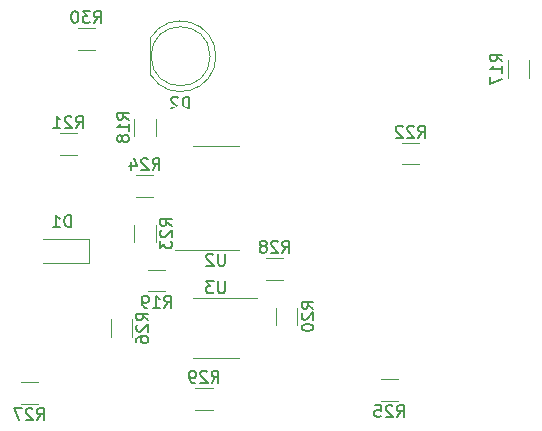
<source format=gbo>
%TF.GenerationSoftware,KiCad,Pcbnew,(5.1.12)-1*%
%TF.CreationDate,2022-05-06T09:07:05-07:00*%
%TF.ProjectId,HarmonicTremolo_V01,4861726d-6f6e-4696-9354-72656d6f6c6f,rev?*%
%TF.SameCoordinates,Original*%
%TF.FileFunction,Legend,Bot*%
%TF.FilePolarity,Positive*%
%FSLAX46Y46*%
G04 Gerber Fmt 4.6, Leading zero omitted, Abs format (unit mm)*
G04 Created by KiCad (PCBNEW (5.1.12)-1) date 2022-05-06 09:07:05*
%MOMM*%
%LPD*%
G01*
G04 APERTURE LIST*
%ADD10C,0.120000*%
%ADD11C,0.150000*%
%ADD12R,0.900000X1.200000*%
%ADD13C,1.600000*%
%ADD14R,1.600000X1.600000*%
%ADD15C,3.900000*%
%ADD16C,2.250000*%
%ADD17R,1.800000X1.800000*%
%ADD18C,1.800000*%
%ADD19C,1.500000*%
%ADD20R,1.500000X1.500000*%
%ADD21O,1.600000X1.600000*%
%ADD22C,6.000000*%
%ADD23C,3.400000*%
G04 APERTURE END LIST*
D10*
%TO.C,D1*%
X161250000Y-130500000D02*
X157350000Y-130500000D01*
X161250000Y-132500000D02*
X157350000Y-132500000D01*
X161250000Y-130500000D02*
X161250000Y-132500000D01*
%TO.C,R17*%
X196702000Y-115350936D02*
X196702000Y-116805064D01*
X198522000Y-115350936D02*
X198522000Y-116805064D01*
%TO.C,D2*%
X166460000Y-116545000D02*
X166460000Y-113455000D01*
X171520000Y-115000000D02*
G75*
G03*
X171520000Y-115000000I-2500000J0D01*
G01*
X172010000Y-114999538D02*
G75*
G02*
X166460000Y-116544830I-2990000J-462D01*
G01*
X172010000Y-115000462D02*
G75*
G03*
X166460000Y-113455170I-2990000J462D01*
G01*
%TO.C,R18*%
X165090000Y-120272936D02*
X165090000Y-121727064D01*
X166910000Y-120272936D02*
X166910000Y-121727064D01*
%TO.C,R19*%
X166272936Y-133090000D02*
X167727064Y-133090000D01*
X166272936Y-134910000D02*
X167727064Y-134910000D01*
%TO.C,R20*%
X178910000Y-137727064D02*
X178910000Y-136272936D01*
X177090000Y-137727064D02*
X177090000Y-136272936D01*
%TO.C,R21*%
X160239064Y-123338000D02*
X158784936Y-123338000D01*
X160239064Y-121518000D02*
X158784936Y-121518000D01*
%TO.C,R22*%
X189227064Y-124160000D02*
X187772936Y-124160000D01*
X189227064Y-122340000D02*
X187772936Y-122340000D01*
%TO.C,R23*%
X165090000Y-130727064D02*
X165090000Y-129272936D01*
X166910000Y-130727064D02*
X166910000Y-129272936D01*
%TO.C,R24*%
X166727064Y-126910000D02*
X165272936Y-126910000D01*
X166727064Y-125090000D02*
X165272936Y-125090000D01*
%TO.C,R25*%
X185962936Y-144166000D02*
X187417064Y-144166000D01*
X185962936Y-142346000D02*
X187417064Y-142346000D01*
%TO.C,R26*%
X163090000Y-138727064D02*
X163090000Y-137272936D01*
X164910000Y-138727064D02*
X164910000Y-137272936D01*
%TO.C,R27*%
X155482936Y-144420000D02*
X156937064Y-144420000D01*
X155482936Y-142600000D02*
X156937064Y-142600000D01*
%TO.C,R28*%
X177727064Y-132090000D02*
X176272936Y-132090000D01*
X177727064Y-133910000D02*
X176272936Y-133910000D01*
%TO.C,R29*%
X171727064Y-143090000D02*
X170272936Y-143090000D01*
X171727064Y-144910000D02*
X170272936Y-144910000D01*
%TO.C,R30*%
X161763064Y-114448000D02*
X160308936Y-114448000D01*
X161763064Y-112628000D02*
X160308936Y-112628000D01*
%TO.C,U2*%
X172000000Y-131435000D02*
X168550000Y-131435000D01*
X172000000Y-131435000D02*
X173950000Y-131435000D01*
X172000000Y-122565000D02*
X170050000Y-122565000D01*
X172000000Y-122565000D02*
X173950000Y-122565000D01*
%TO.C,U3*%
X172000000Y-135440000D02*
X175450000Y-135440000D01*
X172000000Y-135440000D02*
X170050000Y-135440000D01*
X172000000Y-140560000D02*
X173950000Y-140560000D01*
X172000000Y-140560000D02*
X170050000Y-140560000D01*
%TO.C,D1*%
D11*
X159738095Y-129452380D02*
X159738095Y-128452380D01*
X159500000Y-128452380D01*
X159357142Y-128500000D01*
X159261904Y-128595238D01*
X159214285Y-128690476D01*
X159166666Y-128880952D01*
X159166666Y-129023809D01*
X159214285Y-129214285D01*
X159261904Y-129309523D01*
X159357142Y-129404761D01*
X159500000Y-129452380D01*
X159738095Y-129452380D01*
X158214285Y-129452380D02*
X158785714Y-129452380D01*
X158500000Y-129452380D02*
X158500000Y-128452380D01*
X158595238Y-128595238D01*
X158690476Y-128690476D01*
X158785714Y-128738095D01*
%TO.C,R17*%
X196244380Y-115435142D02*
X195768190Y-115101809D01*
X196244380Y-114863714D02*
X195244380Y-114863714D01*
X195244380Y-115244666D01*
X195292000Y-115339904D01*
X195339619Y-115387523D01*
X195434857Y-115435142D01*
X195577714Y-115435142D01*
X195672952Y-115387523D01*
X195720571Y-115339904D01*
X195768190Y-115244666D01*
X195768190Y-114863714D01*
X196244380Y-116387523D02*
X196244380Y-115816095D01*
X196244380Y-116101809D02*
X195244380Y-116101809D01*
X195387238Y-116006571D01*
X195482476Y-115911333D01*
X195530095Y-115816095D01*
X195244380Y-116720857D02*
X195244380Y-117387523D01*
X196244380Y-116958952D01*
%TO.C,D2*%
X169758095Y-119412380D02*
X169758095Y-118412380D01*
X169520000Y-118412380D01*
X169377142Y-118460000D01*
X169281904Y-118555238D01*
X169234285Y-118650476D01*
X169186666Y-118840952D01*
X169186666Y-118983809D01*
X169234285Y-119174285D01*
X169281904Y-119269523D01*
X169377142Y-119364761D01*
X169520000Y-119412380D01*
X169758095Y-119412380D01*
X168805714Y-118507619D02*
X168758095Y-118460000D01*
X168662857Y-118412380D01*
X168424761Y-118412380D01*
X168329523Y-118460000D01*
X168281904Y-118507619D01*
X168234285Y-118602857D01*
X168234285Y-118698095D01*
X168281904Y-118840952D01*
X168853333Y-119412380D01*
X168234285Y-119412380D01*
%TO.C,R18*%
X164632380Y-120357142D02*
X164156190Y-120023809D01*
X164632380Y-119785714D02*
X163632380Y-119785714D01*
X163632380Y-120166666D01*
X163680000Y-120261904D01*
X163727619Y-120309523D01*
X163822857Y-120357142D01*
X163965714Y-120357142D01*
X164060952Y-120309523D01*
X164108571Y-120261904D01*
X164156190Y-120166666D01*
X164156190Y-119785714D01*
X164632380Y-121309523D02*
X164632380Y-120738095D01*
X164632380Y-121023809D02*
X163632380Y-121023809D01*
X163775238Y-120928571D01*
X163870476Y-120833333D01*
X163918095Y-120738095D01*
X164060952Y-121880952D02*
X164013333Y-121785714D01*
X163965714Y-121738095D01*
X163870476Y-121690476D01*
X163822857Y-121690476D01*
X163727619Y-121738095D01*
X163680000Y-121785714D01*
X163632380Y-121880952D01*
X163632380Y-122071428D01*
X163680000Y-122166666D01*
X163727619Y-122214285D01*
X163822857Y-122261904D01*
X163870476Y-122261904D01*
X163965714Y-122214285D01*
X164013333Y-122166666D01*
X164060952Y-122071428D01*
X164060952Y-121880952D01*
X164108571Y-121785714D01*
X164156190Y-121738095D01*
X164251428Y-121690476D01*
X164441904Y-121690476D01*
X164537142Y-121738095D01*
X164584761Y-121785714D01*
X164632380Y-121880952D01*
X164632380Y-122071428D01*
X164584761Y-122166666D01*
X164537142Y-122214285D01*
X164441904Y-122261904D01*
X164251428Y-122261904D01*
X164156190Y-122214285D01*
X164108571Y-122166666D01*
X164060952Y-122071428D01*
%TO.C,R19*%
X167642857Y-136272380D02*
X167976190Y-135796190D01*
X168214285Y-136272380D02*
X168214285Y-135272380D01*
X167833333Y-135272380D01*
X167738095Y-135320000D01*
X167690476Y-135367619D01*
X167642857Y-135462857D01*
X167642857Y-135605714D01*
X167690476Y-135700952D01*
X167738095Y-135748571D01*
X167833333Y-135796190D01*
X168214285Y-135796190D01*
X166690476Y-136272380D02*
X167261904Y-136272380D01*
X166976190Y-136272380D02*
X166976190Y-135272380D01*
X167071428Y-135415238D01*
X167166666Y-135510476D01*
X167261904Y-135558095D01*
X166214285Y-136272380D02*
X166023809Y-136272380D01*
X165928571Y-136224761D01*
X165880952Y-136177142D01*
X165785714Y-136034285D01*
X165738095Y-135843809D01*
X165738095Y-135462857D01*
X165785714Y-135367619D01*
X165833333Y-135320000D01*
X165928571Y-135272380D01*
X166119047Y-135272380D01*
X166214285Y-135320000D01*
X166261904Y-135367619D01*
X166309523Y-135462857D01*
X166309523Y-135700952D01*
X166261904Y-135796190D01*
X166214285Y-135843809D01*
X166119047Y-135891428D01*
X165928571Y-135891428D01*
X165833333Y-135843809D01*
X165785714Y-135796190D01*
X165738095Y-135700952D01*
%TO.C,R20*%
X180272380Y-136357142D02*
X179796190Y-136023809D01*
X180272380Y-135785714D02*
X179272380Y-135785714D01*
X179272380Y-136166666D01*
X179320000Y-136261904D01*
X179367619Y-136309523D01*
X179462857Y-136357142D01*
X179605714Y-136357142D01*
X179700952Y-136309523D01*
X179748571Y-136261904D01*
X179796190Y-136166666D01*
X179796190Y-135785714D01*
X179367619Y-136738095D02*
X179320000Y-136785714D01*
X179272380Y-136880952D01*
X179272380Y-137119047D01*
X179320000Y-137214285D01*
X179367619Y-137261904D01*
X179462857Y-137309523D01*
X179558095Y-137309523D01*
X179700952Y-137261904D01*
X180272380Y-136690476D01*
X180272380Y-137309523D01*
X179272380Y-137928571D02*
X179272380Y-138023809D01*
X179320000Y-138119047D01*
X179367619Y-138166666D01*
X179462857Y-138214285D01*
X179653333Y-138261904D01*
X179891428Y-138261904D01*
X180081904Y-138214285D01*
X180177142Y-138166666D01*
X180224761Y-138119047D01*
X180272380Y-138023809D01*
X180272380Y-137928571D01*
X180224761Y-137833333D01*
X180177142Y-137785714D01*
X180081904Y-137738095D01*
X179891428Y-137690476D01*
X179653333Y-137690476D01*
X179462857Y-137738095D01*
X179367619Y-137785714D01*
X179320000Y-137833333D01*
X179272380Y-137928571D01*
%TO.C,R21*%
X160154857Y-121060380D02*
X160488190Y-120584190D01*
X160726285Y-121060380D02*
X160726285Y-120060380D01*
X160345333Y-120060380D01*
X160250095Y-120108000D01*
X160202476Y-120155619D01*
X160154857Y-120250857D01*
X160154857Y-120393714D01*
X160202476Y-120488952D01*
X160250095Y-120536571D01*
X160345333Y-120584190D01*
X160726285Y-120584190D01*
X159773904Y-120155619D02*
X159726285Y-120108000D01*
X159631047Y-120060380D01*
X159392952Y-120060380D01*
X159297714Y-120108000D01*
X159250095Y-120155619D01*
X159202476Y-120250857D01*
X159202476Y-120346095D01*
X159250095Y-120488952D01*
X159821523Y-121060380D01*
X159202476Y-121060380D01*
X158250095Y-121060380D02*
X158821523Y-121060380D01*
X158535809Y-121060380D02*
X158535809Y-120060380D01*
X158631047Y-120203238D01*
X158726285Y-120298476D01*
X158821523Y-120346095D01*
%TO.C,R22*%
X189142857Y-121882380D02*
X189476190Y-121406190D01*
X189714285Y-121882380D02*
X189714285Y-120882380D01*
X189333333Y-120882380D01*
X189238095Y-120930000D01*
X189190476Y-120977619D01*
X189142857Y-121072857D01*
X189142857Y-121215714D01*
X189190476Y-121310952D01*
X189238095Y-121358571D01*
X189333333Y-121406190D01*
X189714285Y-121406190D01*
X188761904Y-120977619D02*
X188714285Y-120930000D01*
X188619047Y-120882380D01*
X188380952Y-120882380D01*
X188285714Y-120930000D01*
X188238095Y-120977619D01*
X188190476Y-121072857D01*
X188190476Y-121168095D01*
X188238095Y-121310952D01*
X188809523Y-121882380D01*
X188190476Y-121882380D01*
X187809523Y-120977619D02*
X187761904Y-120930000D01*
X187666666Y-120882380D01*
X187428571Y-120882380D01*
X187333333Y-120930000D01*
X187285714Y-120977619D01*
X187238095Y-121072857D01*
X187238095Y-121168095D01*
X187285714Y-121310952D01*
X187857142Y-121882380D01*
X187238095Y-121882380D01*
%TO.C,R23*%
X168272380Y-129357142D02*
X167796190Y-129023809D01*
X168272380Y-128785714D02*
X167272380Y-128785714D01*
X167272380Y-129166666D01*
X167320000Y-129261904D01*
X167367619Y-129309523D01*
X167462857Y-129357142D01*
X167605714Y-129357142D01*
X167700952Y-129309523D01*
X167748571Y-129261904D01*
X167796190Y-129166666D01*
X167796190Y-128785714D01*
X167367619Y-129738095D02*
X167320000Y-129785714D01*
X167272380Y-129880952D01*
X167272380Y-130119047D01*
X167320000Y-130214285D01*
X167367619Y-130261904D01*
X167462857Y-130309523D01*
X167558095Y-130309523D01*
X167700952Y-130261904D01*
X168272380Y-129690476D01*
X168272380Y-130309523D01*
X167272380Y-130642857D02*
X167272380Y-131261904D01*
X167653333Y-130928571D01*
X167653333Y-131071428D01*
X167700952Y-131166666D01*
X167748571Y-131214285D01*
X167843809Y-131261904D01*
X168081904Y-131261904D01*
X168177142Y-131214285D01*
X168224761Y-131166666D01*
X168272380Y-131071428D01*
X168272380Y-130785714D01*
X168224761Y-130690476D01*
X168177142Y-130642857D01*
%TO.C,R24*%
X166642857Y-124632380D02*
X166976190Y-124156190D01*
X167214285Y-124632380D02*
X167214285Y-123632380D01*
X166833333Y-123632380D01*
X166738095Y-123680000D01*
X166690476Y-123727619D01*
X166642857Y-123822857D01*
X166642857Y-123965714D01*
X166690476Y-124060952D01*
X166738095Y-124108571D01*
X166833333Y-124156190D01*
X167214285Y-124156190D01*
X166261904Y-123727619D02*
X166214285Y-123680000D01*
X166119047Y-123632380D01*
X165880952Y-123632380D01*
X165785714Y-123680000D01*
X165738095Y-123727619D01*
X165690476Y-123822857D01*
X165690476Y-123918095D01*
X165738095Y-124060952D01*
X166309523Y-124632380D01*
X165690476Y-124632380D01*
X164833333Y-123965714D02*
X164833333Y-124632380D01*
X165071428Y-123584761D02*
X165309523Y-124299047D01*
X164690476Y-124299047D01*
%TO.C,R25*%
X187332857Y-145528380D02*
X187666190Y-145052190D01*
X187904285Y-145528380D02*
X187904285Y-144528380D01*
X187523333Y-144528380D01*
X187428095Y-144576000D01*
X187380476Y-144623619D01*
X187332857Y-144718857D01*
X187332857Y-144861714D01*
X187380476Y-144956952D01*
X187428095Y-145004571D01*
X187523333Y-145052190D01*
X187904285Y-145052190D01*
X186951904Y-144623619D02*
X186904285Y-144576000D01*
X186809047Y-144528380D01*
X186570952Y-144528380D01*
X186475714Y-144576000D01*
X186428095Y-144623619D01*
X186380476Y-144718857D01*
X186380476Y-144814095D01*
X186428095Y-144956952D01*
X186999523Y-145528380D01*
X186380476Y-145528380D01*
X185475714Y-144528380D02*
X185951904Y-144528380D01*
X185999523Y-145004571D01*
X185951904Y-144956952D01*
X185856666Y-144909333D01*
X185618571Y-144909333D01*
X185523333Y-144956952D01*
X185475714Y-145004571D01*
X185428095Y-145099809D01*
X185428095Y-145337904D01*
X185475714Y-145433142D01*
X185523333Y-145480761D01*
X185618571Y-145528380D01*
X185856666Y-145528380D01*
X185951904Y-145480761D01*
X185999523Y-145433142D01*
%TO.C,R26*%
X166272380Y-137357142D02*
X165796190Y-137023809D01*
X166272380Y-136785714D02*
X165272380Y-136785714D01*
X165272380Y-137166666D01*
X165320000Y-137261904D01*
X165367619Y-137309523D01*
X165462857Y-137357142D01*
X165605714Y-137357142D01*
X165700952Y-137309523D01*
X165748571Y-137261904D01*
X165796190Y-137166666D01*
X165796190Y-136785714D01*
X165367619Y-137738095D02*
X165320000Y-137785714D01*
X165272380Y-137880952D01*
X165272380Y-138119047D01*
X165320000Y-138214285D01*
X165367619Y-138261904D01*
X165462857Y-138309523D01*
X165558095Y-138309523D01*
X165700952Y-138261904D01*
X166272380Y-137690476D01*
X166272380Y-138309523D01*
X165272380Y-139166666D02*
X165272380Y-138976190D01*
X165320000Y-138880952D01*
X165367619Y-138833333D01*
X165510476Y-138738095D01*
X165700952Y-138690476D01*
X166081904Y-138690476D01*
X166177142Y-138738095D01*
X166224761Y-138785714D01*
X166272380Y-138880952D01*
X166272380Y-139071428D01*
X166224761Y-139166666D01*
X166177142Y-139214285D01*
X166081904Y-139261904D01*
X165843809Y-139261904D01*
X165748571Y-139214285D01*
X165700952Y-139166666D01*
X165653333Y-139071428D01*
X165653333Y-138880952D01*
X165700952Y-138785714D01*
X165748571Y-138738095D01*
X165843809Y-138690476D01*
%TO.C,R27*%
X156852857Y-145782380D02*
X157186190Y-145306190D01*
X157424285Y-145782380D02*
X157424285Y-144782380D01*
X157043333Y-144782380D01*
X156948095Y-144830000D01*
X156900476Y-144877619D01*
X156852857Y-144972857D01*
X156852857Y-145115714D01*
X156900476Y-145210952D01*
X156948095Y-145258571D01*
X157043333Y-145306190D01*
X157424285Y-145306190D01*
X156471904Y-144877619D02*
X156424285Y-144830000D01*
X156329047Y-144782380D01*
X156090952Y-144782380D01*
X155995714Y-144830000D01*
X155948095Y-144877619D01*
X155900476Y-144972857D01*
X155900476Y-145068095D01*
X155948095Y-145210952D01*
X156519523Y-145782380D01*
X155900476Y-145782380D01*
X155567142Y-144782380D02*
X154900476Y-144782380D01*
X155329047Y-145782380D01*
%TO.C,R28*%
X177642857Y-131632380D02*
X177976190Y-131156190D01*
X178214285Y-131632380D02*
X178214285Y-130632380D01*
X177833333Y-130632380D01*
X177738095Y-130680000D01*
X177690476Y-130727619D01*
X177642857Y-130822857D01*
X177642857Y-130965714D01*
X177690476Y-131060952D01*
X177738095Y-131108571D01*
X177833333Y-131156190D01*
X178214285Y-131156190D01*
X177261904Y-130727619D02*
X177214285Y-130680000D01*
X177119047Y-130632380D01*
X176880952Y-130632380D01*
X176785714Y-130680000D01*
X176738095Y-130727619D01*
X176690476Y-130822857D01*
X176690476Y-130918095D01*
X176738095Y-131060952D01*
X177309523Y-131632380D01*
X176690476Y-131632380D01*
X176119047Y-131060952D02*
X176214285Y-131013333D01*
X176261904Y-130965714D01*
X176309523Y-130870476D01*
X176309523Y-130822857D01*
X176261904Y-130727619D01*
X176214285Y-130680000D01*
X176119047Y-130632380D01*
X175928571Y-130632380D01*
X175833333Y-130680000D01*
X175785714Y-130727619D01*
X175738095Y-130822857D01*
X175738095Y-130870476D01*
X175785714Y-130965714D01*
X175833333Y-131013333D01*
X175928571Y-131060952D01*
X176119047Y-131060952D01*
X176214285Y-131108571D01*
X176261904Y-131156190D01*
X176309523Y-131251428D01*
X176309523Y-131441904D01*
X176261904Y-131537142D01*
X176214285Y-131584761D01*
X176119047Y-131632380D01*
X175928571Y-131632380D01*
X175833333Y-131584761D01*
X175785714Y-131537142D01*
X175738095Y-131441904D01*
X175738095Y-131251428D01*
X175785714Y-131156190D01*
X175833333Y-131108571D01*
X175928571Y-131060952D01*
%TO.C,R29*%
X171642857Y-142632380D02*
X171976190Y-142156190D01*
X172214285Y-142632380D02*
X172214285Y-141632380D01*
X171833333Y-141632380D01*
X171738095Y-141680000D01*
X171690476Y-141727619D01*
X171642857Y-141822857D01*
X171642857Y-141965714D01*
X171690476Y-142060952D01*
X171738095Y-142108571D01*
X171833333Y-142156190D01*
X172214285Y-142156190D01*
X171261904Y-141727619D02*
X171214285Y-141680000D01*
X171119047Y-141632380D01*
X170880952Y-141632380D01*
X170785714Y-141680000D01*
X170738095Y-141727619D01*
X170690476Y-141822857D01*
X170690476Y-141918095D01*
X170738095Y-142060952D01*
X171309523Y-142632380D01*
X170690476Y-142632380D01*
X170214285Y-142632380D02*
X170023809Y-142632380D01*
X169928571Y-142584761D01*
X169880952Y-142537142D01*
X169785714Y-142394285D01*
X169738095Y-142203809D01*
X169738095Y-141822857D01*
X169785714Y-141727619D01*
X169833333Y-141680000D01*
X169928571Y-141632380D01*
X170119047Y-141632380D01*
X170214285Y-141680000D01*
X170261904Y-141727619D01*
X170309523Y-141822857D01*
X170309523Y-142060952D01*
X170261904Y-142156190D01*
X170214285Y-142203809D01*
X170119047Y-142251428D01*
X169928571Y-142251428D01*
X169833333Y-142203809D01*
X169785714Y-142156190D01*
X169738095Y-142060952D01*
%TO.C,R30*%
X161678857Y-112170380D02*
X162012190Y-111694190D01*
X162250285Y-112170380D02*
X162250285Y-111170380D01*
X161869333Y-111170380D01*
X161774095Y-111218000D01*
X161726476Y-111265619D01*
X161678857Y-111360857D01*
X161678857Y-111503714D01*
X161726476Y-111598952D01*
X161774095Y-111646571D01*
X161869333Y-111694190D01*
X162250285Y-111694190D01*
X161345523Y-111170380D02*
X160726476Y-111170380D01*
X161059809Y-111551333D01*
X160916952Y-111551333D01*
X160821714Y-111598952D01*
X160774095Y-111646571D01*
X160726476Y-111741809D01*
X160726476Y-111979904D01*
X160774095Y-112075142D01*
X160821714Y-112122761D01*
X160916952Y-112170380D01*
X161202666Y-112170380D01*
X161297904Y-112122761D01*
X161345523Y-112075142D01*
X160107428Y-111170380D02*
X160012190Y-111170380D01*
X159916952Y-111218000D01*
X159869333Y-111265619D01*
X159821714Y-111360857D01*
X159774095Y-111551333D01*
X159774095Y-111789428D01*
X159821714Y-111979904D01*
X159869333Y-112075142D01*
X159916952Y-112122761D01*
X160012190Y-112170380D01*
X160107428Y-112170380D01*
X160202666Y-112122761D01*
X160250285Y-112075142D01*
X160297904Y-111979904D01*
X160345523Y-111789428D01*
X160345523Y-111551333D01*
X160297904Y-111360857D01*
X160250285Y-111265619D01*
X160202666Y-111218000D01*
X160107428Y-111170380D01*
%TO.C,U2*%
X172761904Y-131732380D02*
X172761904Y-132541904D01*
X172714285Y-132637142D01*
X172666666Y-132684761D01*
X172571428Y-132732380D01*
X172380952Y-132732380D01*
X172285714Y-132684761D01*
X172238095Y-132637142D01*
X172190476Y-132541904D01*
X172190476Y-131732380D01*
X171761904Y-131827619D02*
X171714285Y-131780000D01*
X171619047Y-131732380D01*
X171380952Y-131732380D01*
X171285714Y-131780000D01*
X171238095Y-131827619D01*
X171190476Y-131922857D01*
X171190476Y-132018095D01*
X171238095Y-132160952D01*
X171809523Y-132732380D01*
X171190476Y-132732380D01*
%TO.C,U3*%
X172761904Y-134052380D02*
X172761904Y-134861904D01*
X172714285Y-134957142D01*
X172666666Y-135004761D01*
X172571428Y-135052380D01*
X172380952Y-135052380D01*
X172285714Y-135004761D01*
X172238095Y-134957142D01*
X172190476Y-134861904D01*
X172190476Y-134052380D01*
X171809523Y-134052380D02*
X171190476Y-134052380D01*
X171523809Y-134433333D01*
X171380952Y-134433333D01*
X171285714Y-134480952D01*
X171238095Y-134528571D01*
X171190476Y-134623809D01*
X171190476Y-134861904D01*
X171238095Y-134957142D01*
X171285714Y-135004761D01*
X171380952Y-135052380D01*
X171666666Y-135052380D01*
X171761904Y-135004761D01*
X171809523Y-134957142D01*
%TD*%
%LPC*%
D12*
%TO.C,D1*%
X157350000Y-131500000D03*
X160650000Y-131500000D03*
%TD*%
%TO.C,R17*%
G36*
G01*
X196986999Y-116978000D02*
X198237001Y-116978000D01*
G75*
G02*
X198487000Y-117227999I0J-249999D01*
G01*
X198487000Y-118028001D01*
G75*
G02*
X198237001Y-118278000I-249999J0D01*
G01*
X196986999Y-118278000D01*
G75*
G02*
X196737000Y-118028001I0J249999D01*
G01*
X196737000Y-117227999D01*
G75*
G02*
X196986999Y-116978000I249999J0D01*
G01*
G37*
G36*
G01*
X196986999Y-113878000D02*
X198237001Y-113878000D01*
G75*
G02*
X198487000Y-114127999I0J-249999D01*
G01*
X198487000Y-114928001D01*
G75*
G02*
X198237001Y-115178000I-249999J0D01*
G01*
X196986999Y-115178000D01*
G75*
G02*
X196737000Y-114928001I0J249999D01*
G01*
X196737000Y-114127999D01*
G75*
G02*
X196986999Y-113878000I249999J0D01*
G01*
G37*
%TD*%
D13*
%TO.C,C2*%
X170180000Y-84328000D03*
X170180000Y-79328000D03*
%TD*%
%TO.C,C8*%
X137668000Y-89154000D03*
X137668000Y-94154000D03*
%TD*%
%TO.C,C5*%
X140756000Y-127000000D03*
D14*
X143256000Y-127000000D03*
%TD*%
D15*
%TO.C,Intensity1*%
X203454000Y-109876000D03*
X203454000Y-117676000D03*
G36*
G01*
X205153999Y-127426000D02*
X201754001Y-127426000D01*
G75*
G02*
X201504000Y-127175999I0J250001D01*
G01*
X201504000Y-123776001D01*
G75*
G02*
X201754001Y-123526000I250001J0D01*
G01*
X205153999Y-123526000D01*
G75*
G02*
X205404000Y-123776001I0J-250001D01*
G01*
X205404000Y-127175999D01*
G75*
G02*
X205153999Y-127426000I-250001J0D01*
G01*
G37*
%TD*%
%TO.C,Rate1*%
X133096000Y-106574000D03*
X133096000Y-114374000D03*
G36*
G01*
X134795999Y-124124000D02*
X131396001Y-124124000D01*
G75*
G02*
X131146000Y-123873999I0J250001D01*
G01*
X131146000Y-120474001D01*
G75*
G02*
X131396001Y-120224000I250001J0D01*
G01*
X134795999Y-120224000D01*
G75*
G02*
X135046000Y-120474001I0J-250001D01*
G01*
X135046000Y-123873999D01*
G75*
G02*
X134795999Y-124124000I-250001J0D01*
G01*
G37*
%TD*%
D16*
%TO.C,U4*%
X191690000Y-117302000D03*
X181690000Y-117302000D03*
X191770000Y-143302000D03*
X181690000Y-143302000D03*
%TD*%
%TO.C,U5*%
X161210000Y-117556000D03*
X151210000Y-117556000D03*
X161290000Y-143556000D03*
X151210000Y-143556000D03*
%TD*%
D13*
%TO.C,C1*%
X133000000Y-93900000D03*
X133000000Y-88900000D03*
%TD*%
%TO.C,C3*%
X172500000Y-74500000D03*
D14*
X170500000Y-74500000D03*
%TD*%
D13*
%TO.C,C4*%
X169000000Y-120000000D03*
X174000000Y-120000000D03*
%TD*%
D14*
%TO.C,C6*%
X144780000Y-118364000D03*
D13*
X146780000Y-118364000D03*
%TD*%
D14*
%TO.C,C7*%
X196250000Y-123250000D03*
D13*
X196250000Y-121250000D03*
%TD*%
D17*
%TO.C,D2*%
X167750000Y-115000000D03*
D18*
X170290000Y-115000000D03*
%TD*%
%TO.C,J1*%
G36*
G01*
X137696000Y-107671999D02*
X137696000Y-104672001D01*
G75*
G02*
X137946001Y-104422000I250001J0D01*
G01*
X140945999Y-104422000D01*
G75*
G02*
X141196000Y-104672001I0J-250001D01*
G01*
X141196000Y-107671999D01*
G75*
G02*
X140945999Y-107922000I-250001J0D01*
G01*
X137946001Y-107922000D01*
G75*
G02*
X137696000Y-107671999I0J250001D01*
G01*
G37*
%TD*%
%TO.C,J2*%
G36*
G01*
X150904000Y-111989999D02*
X150904000Y-108990001D01*
G75*
G02*
X151154001Y-108740000I250001J0D01*
G01*
X154153999Y-108740000D01*
G75*
G02*
X154404000Y-108990001I0J-250001D01*
G01*
X154404000Y-111989999D01*
G75*
G02*
X154153999Y-112240000I-250001J0D01*
G01*
X151154001Y-112240000D01*
G75*
G02*
X150904000Y-111989999I0J250001D01*
G01*
G37*
%TD*%
%TO.C,J3*%
G36*
G01*
X188750000Y-108687999D02*
X188750000Y-105688001D01*
G75*
G02*
X189000001Y-105438000I250001J0D01*
G01*
X191999999Y-105438000D01*
G75*
G02*
X192250000Y-105688001I0J-250001D01*
G01*
X192250000Y-108687999D01*
G75*
G02*
X191999999Y-108938000I-250001J0D01*
G01*
X189000001Y-108938000D01*
G75*
G02*
X188750000Y-108687999I0J250001D01*
G01*
G37*
%TD*%
%TO.C,J4*%
G36*
G01*
X140744000Y-114021999D02*
X140744000Y-111022001D01*
G75*
G02*
X140994001Y-110772000I250001J0D01*
G01*
X143993999Y-110772000D01*
G75*
G02*
X144244000Y-111022001I0J-250001D01*
G01*
X144244000Y-114021999D01*
G75*
G02*
X143993999Y-114272000I-250001J0D01*
G01*
X140994001Y-114272000D01*
G75*
G02*
X140744000Y-114021999I0J250001D01*
G01*
G37*
%TD*%
%TO.C,J5*%
G36*
G01*
X131250000Y-100813999D02*
X131250000Y-97814001D01*
G75*
G02*
X131500001Y-97564000I250001J0D01*
G01*
X134499999Y-97564000D01*
G75*
G02*
X134750000Y-97814001I0J-250001D01*
G01*
X134750000Y-100813999D01*
G75*
G02*
X134499999Y-101064000I-250001J0D01*
G01*
X131500001Y-101064000D01*
G75*
G02*
X131250000Y-100813999I0J250001D01*
G01*
G37*
%TD*%
%TO.C,J6*%
G36*
G01*
X179250000Y-75999999D02*
X179250000Y-73000001D01*
G75*
G02*
X179500001Y-72750000I250001J0D01*
G01*
X182499999Y-72750000D01*
G75*
G02*
X182750000Y-73000001I0J-250001D01*
G01*
X182750000Y-75999999D01*
G75*
G02*
X182499999Y-76250000I-250001J0D01*
G01*
X179500001Y-76250000D01*
G75*
G02*
X179250000Y-75999999I0J250001D01*
G01*
G37*
%TD*%
%TO.C,J7*%
G36*
G01*
X161750000Y-74249999D02*
X161750000Y-71250001D01*
G75*
G02*
X162000001Y-71000000I250001J0D01*
G01*
X164999999Y-71000000D01*
G75*
G02*
X165250000Y-71250001I0J-250001D01*
G01*
X165250000Y-74249999D01*
G75*
G02*
X164999999Y-74500000I-250001J0D01*
G01*
X162000001Y-74500000D01*
G75*
G02*
X161750000Y-74249999I0J250001D01*
G01*
G37*
%TD*%
D19*
%TO.C,Q1*%
X151000000Y-79540000D03*
X151000000Y-82080000D03*
D20*
X151000000Y-77000000D03*
%TD*%
D21*
%TO.C,R1*%
X152908000Y-90678000D03*
D13*
X152908000Y-100838000D03*
%TD*%
%TO.C,R2*%
G36*
G01*
X140193480Y-84596520D02*
X140193480Y-84596520D01*
G75*
G02*
X140193480Y-85727890I-565685J-565685D01*
G01*
X140193480Y-85727890D01*
G75*
G02*
X139062110Y-85727890I-565685J565685D01*
G01*
X139062110Y-85727890D01*
G75*
G02*
X139062110Y-84596520I565685J565685D01*
G01*
X139062110Y-84596520D01*
G75*
G02*
X140193480Y-84596520I565685J-565685D01*
G01*
G37*
X146812000Y-77978000D03*
%TD*%
%TO.C,R3*%
X147574000Y-89916000D03*
D21*
X147574000Y-100076000D03*
%TD*%
%TO.C,R4*%
X173482000Y-112268000D03*
D13*
X183642000Y-112268000D03*
%TD*%
%TO.C,R5*%
X173990000Y-80010000D03*
D21*
X184150000Y-80010000D03*
%TD*%
%TO.C,R6*%
X152400000Y-86614000D03*
D13*
X142240000Y-86614000D03*
%TD*%
D21*
%TO.C,R7*%
X142240000Y-89662000D03*
D13*
X142240000Y-99822000D03*
%TD*%
D21*
%TO.C,R8*%
X167090000Y-107250000D03*
D13*
X177250000Y-107250000D03*
%TD*%
%TO.C,R9*%
X187706000Y-80010000D03*
G36*
G01*
X194324520Y-86628520D02*
X194324520Y-86628520D01*
G75*
G02*
X195455890Y-86628520I565685J-565685D01*
G01*
X195455890Y-86628520D01*
G75*
G02*
X195455890Y-87759890I-565685J-565685D01*
G01*
X195455890Y-87759890D01*
G75*
G02*
X194324520Y-87759890I-565685J565685D01*
G01*
X194324520Y-87759890D01*
G75*
G02*
X194324520Y-86628520I565685J565685D01*
G01*
G37*
%TD*%
%TO.C,R10*%
X136652000Y-82042000D03*
G36*
G01*
X143270520Y-75423480D02*
X143270520Y-75423480D01*
G75*
G02*
X143270520Y-74292110I565685J565685D01*
G01*
X143270520Y-74292110D01*
G75*
G02*
X144401890Y-74292110I565685J-565685D01*
G01*
X144401890Y-74292110D01*
G75*
G02*
X144401890Y-75423480I-565685J-565685D01*
G01*
X144401890Y-75423480D01*
G75*
G02*
X143270520Y-75423480I-565685J565685D01*
G01*
G37*
%TD*%
D21*
%TO.C,R11*%
X166160000Y-79000000D03*
D13*
X156000000Y-79000000D03*
%TD*%
D21*
%TO.C,R12*%
X198160000Y-94000000D03*
D13*
X188000000Y-94000000D03*
%TD*%
%TO.C,R13*%
X166370000Y-84582000D03*
D21*
X156210000Y-84582000D03*
%TD*%
D13*
%TO.C,R14*%
X156464000Y-95758000D03*
D21*
X166624000Y-95758000D03*
%TD*%
D13*
%TO.C,R15*%
X187452000Y-99822000D03*
D21*
X197612000Y-99822000D03*
%TD*%
D13*
%TO.C,R16*%
X156464000Y-90424000D03*
D21*
X166624000Y-90424000D03*
%TD*%
%TO.C,R18*%
G36*
G01*
X165374999Y-121900000D02*
X166625001Y-121900000D01*
G75*
G02*
X166875000Y-122149999I0J-249999D01*
G01*
X166875000Y-122950001D01*
G75*
G02*
X166625001Y-123200000I-249999J0D01*
G01*
X165374999Y-123200000D01*
G75*
G02*
X165125000Y-122950001I0J249999D01*
G01*
X165125000Y-122149999D01*
G75*
G02*
X165374999Y-121900000I249999J0D01*
G01*
G37*
G36*
G01*
X165374999Y-118800000D02*
X166625001Y-118800000D01*
G75*
G02*
X166875000Y-119049999I0J-249999D01*
G01*
X166875000Y-119850001D01*
G75*
G02*
X166625001Y-120100000I-249999J0D01*
G01*
X165374999Y-120100000D01*
G75*
G02*
X165125000Y-119850001I0J249999D01*
G01*
X165125000Y-119049999D01*
G75*
G02*
X165374999Y-118800000I249999J0D01*
G01*
G37*
%TD*%
%TO.C,R19*%
G36*
G01*
X164800000Y-134625001D02*
X164800000Y-133374999D01*
G75*
G02*
X165049999Y-133125000I249999J0D01*
G01*
X165850001Y-133125000D01*
G75*
G02*
X166100000Y-133374999I0J-249999D01*
G01*
X166100000Y-134625001D01*
G75*
G02*
X165850001Y-134875000I-249999J0D01*
G01*
X165049999Y-134875000D01*
G75*
G02*
X164800000Y-134625001I0J249999D01*
G01*
G37*
G36*
G01*
X167900000Y-134625001D02*
X167900000Y-133374999D01*
G75*
G02*
X168149999Y-133125000I249999J0D01*
G01*
X168950001Y-133125000D01*
G75*
G02*
X169200000Y-133374999I0J-249999D01*
G01*
X169200000Y-134625001D01*
G75*
G02*
X168950001Y-134875000I-249999J0D01*
G01*
X168149999Y-134875000D01*
G75*
G02*
X167900000Y-134625001I0J249999D01*
G01*
G37*
%TD*%
%TO.C,R20*%
G36*
G01*
X178625001Y-136100000D02*
X177374999Y-136100000D01*
G75*
G02*
X177125000Y-135850001I0J249999D01*
G01*
X177125000Y-135049999D01*
G75*
G02*
X177374999Y-134800000I249999J0D01*
G01*
X178625001Y-134800000D01*
G75*
G02*
X178875000Y-135049999I0J-249999D01*
G01*
X178875000Y-135850001D01*
G75*
G02*
X178625001Y-136100000I-249999J0D01*
G01*
G37*
G36*
G01*
X178625001Y-139200000D02*
X177374999Y-139200000D01*
G75*
G02*
X177125000Y-138950001I0J249999D01*
G01*
X177125000Y-138149999D01*
G75*
G02*
X177374999Y-137900000I249999J0D01*
G01*
X178625001Y-137900000D01*
G75*
G02*
X178875000Y-138149999I0J-249999D01*
G01*
X178875000Y-138950001D01*
G75*
G02*
X178625001Y-139200000I-249999J0D01*
G01*
G37*
%TD*%
%TO.C,R21*%
G36*
G01*
X161712000Y-121802999D02*
X161712000Y-123053001D01*
G75*
G02*
X161462001Y-123303000I-249999J0D01*
G01*
X160661999Y-123303000D01*
G75*
G02*
X160412000Y-123053001I0J249999D01*
G01*
X160412000Y-121802999D01*
G75*
G02*
X160661999Y-121553000I249999J0D01*
G01*
X161462001Y-121553000D01*
G75*
G02*
X161712000Y-121802999I0J-249999D01*
G01*
G37*
G36*
G01*
X158612000Y-121802999D02*
X158612000Y-123053001D01*
G75*
G02*
X158362001Y-123303000I-249999J0D01*
G01*
X157561999Y-123303000D01*
G75*
G02*
X157312000Y-123053001I0J249999D01*
G01*
X157312000Y-121802999D01*
G75*
G02*
X157561999Y-121553000I249999J0D01*
G01*
X158362001Y-121553000D01*
G75*
G02*
X158612000Y-121802999I0J-249999D01*
G01*
G37*
%TD*%
%TO.C,R22*%
G36*
G01*
X190700000Y-122624999D02*
X190700000Y-123875001D01*
G75*
G02*
X190450001Y-124125000I-249999J0D01*
G01*
X189649999Y-124125000D01*
G75*
G02*
X189400000Y-123875001I0J249999D01*
G01*
X189400000Y-122624999D01*
G75*
G02*
X189649999Y-122375000I249999J0D01*
G01*
X190450001Y-122375000D01*
G75*
G02*
X190700000Y-122624999I0J-249999D01*
G01*
G37*
G36*
G01*
X187600000Y-122624999D02*
X187600000Y-123875001D01*
G75*
G02*
X187350001Y-124125000I-249999J0D01*
G01*
X186549999Y-124125000D01*
G75*
G02*
X186300000Y-123875001I0J249999D01*
G01*
X186300000Y-122624999D01*
G75*
G02*
X186549999Y-122375000I249999J0D01*
G01*
X187350001Y-122375000D01*
G75*
G02*
X187600000Y-122624999I0J-249999D01*
G01*
G37*
%TD*%
%TO.C,R23*%
G36*
G01*
X166625001Y-132200000D02*
X165374999Y-132200000D01*
G75*
G02*
X165125000Y-131950001I0J249999D01*
G01*
X165125000Y-131149999D01*
G75*
G02*
X165374999Y-130900000I249999J0D01*
G01*
X166625001Y-130900000D01*
G75*
G02*
X166875000Y-131149999I0J-249999D01*
G01*
X166875000Y-131950001D01*
G75*
G02*
X166625001Y-132200000I-249999J0D01*
G01*
G37*
G36*
G01*
X166625001Y-129100000D02*
X165374999Y-129100000D01*
G75*
G02*
X165125000Y-128850001I0J249999D01*
G01*
X165125000Y-128049999D01*
G75*
G02*
X165374999Y-127800000I249999J0D01*
G01*
X166625001Y-127800000D01*
G75*
G02*
X166875000Y-128049999I0J-249999D01*
G01*
X166875000Y-128850001D01*
G75*
G02*
X166625001Y-129100000I-249999J0D01*
G01*
G37*
%TD*%
%TO.C,R24*%
G36*
G01*
X168200000Y-125374999D02*
X168200000Y-126625001D01*
G75*
G02*
X167950001Y-126875000I-249999J0D01*
G01*
X167149999Y-126875000D01*
G75*
G02*
X166900000Y-126625001I0J249999D01*
G01*
X166900000Y-125374999D01*
G75*
G02*
X167149999Y-125125000I249999J0D01*
G01*
X167950001Y-125125000D01*
G75*
G02*
X168200000Y-125374999I0J-249999D01*
G01*
G37*
G36*
G01*
X165100000Y-125374999D02*
X165100000Y-126625001D01*
G75*
G02*
X164850001Y-126875000I-249999J0D01*
G01*
X164049999Y-126875000D01*
G75*
G02*
X163800000Y-126625001I0J249999D01*
G01*
X163800000Y-125374999D01*
G75*
G02*
X164049999Y-125125000I249999J0D01*
G01*
X164850001Y-125125000D01*
G75*
G02*
X165100000Y-125374999I0J-249999D01*
G01*
G37*
%TD*%
%TO.C,R25*%
G36*
G01*
X187590000Y-143881001D02*
X187590000Y-142630999D01*
G75*
G02*
X187839999Y-142381000I249999J0D01*
G01*
X188640001Y-142381000D01*
G75*
G02*
X188890000Y-142630999I0J-249999D01*
G01*
X188890000Y-143881001D01*
G75*
G02*
X188640001Y-144131000I-249999J0D01*
G01*
X187839999Y-144131000D01*
G75*
G02*
X187590000Y-143881001I0J249999D01*
G01*
G37*
G36*
G01*
X184490000Y-143881001D02*
X184490000Y-142630999D01*
G75*
G02*
X184739999Y-142381000I249999J0D01*
G01*
X185540001Y-142381000D01*
G75*
G02*
X185790000Y-142630999I0J-249999D01*
G01*
X185790000Y-143881001D01*
G75*
G02*
X185540001Y-144131000I-249999J0D01*
G01*
X184739999Y-144131000D01*
G75*
G02*
X184490000Y-143881001I0J249999D01*
G01*
G37*
%TD*%
%TO.C,R26*%
G36*
G01*
X164625001Y-140200000D02*
X163374999Y-140200000D01*
G75*
G02*
X163125000Y-139950001I0J249999D01*
G01*
X163125000Y-139149999D01*
G75*
G02*
X163374999Y-138900000I249999J0D01*
G01*
X164625001Y-138900000D01*
G75*
G02*
X164875000Y-139149999I0J-249999D01*
G01*
X164875000Y-139950001D01*
G75*
G02*
X164625001Y-140200000I-249999J0D01*
G01*
G37*
G36*
G01*
X164625001Y-137100000D02*
X163374999Y-137100000D01*
G75*
G02*
X163125000Y-136850001I0J249999D01*
G01*
X163125000Y-136049999D01*
G75*
G02*
X163374999Y-135800000I249999J0D01*
G01*
X164625001Y-135800000D01*
G75*
G02*
X164875000Y-136049999I0J-249999D01*
G01*
X164875000Y-136850001D01*
G75*
G02*
X164625001Y-137100000I-249999J0D01*
G01*
G37*
%TD*%
%TO.C,R27*%
G36*
G01*
X157110000Y-144135001D02*
X157110000Y-142884999D01*
G75*
G02*
X157359999Y-142635000I249999J0D01*
G01*
X158160001Y-142635000D01*
G75*
G02*
X158410000Y-142884999I0J-249999D01*
G01*
X158410000Y-144135001D01*
G75*
G02*
X158160001Y-144385000I-249999J0D01*
G01*
X157359999Y-144385000D01*
G75*
G02*
X157110000Y-144135001I0J249999D01*
G01*
G37*
G36*
G01*
X154010000Y-144135001D02*
X154010000Y-142884999D01*
G75*
G02*
X154259999Y-142635000I249999J0D01*
G01*
X155060001Y-142635000D01*
G75*
G02*
X155310000Y-142884999I0J-249999D01*
G01*
X155310000Y-144135001D01*
G75*
G02*
X155060001Y-144385000I-249999J0D01*
G01*
X154259999Y-144385000D01*
G75*
G02*
X154010000Y-144135001I0J249999D01*
G01*
G37*
%TD*%
%TO.C,R28*%
G36*
G01*
X176100000Y-132374999D02*
X176100000Y-133625001D01*
G75*
G02*
X175850001Y-133875000I-249999J0D01*
G01*
X175049999Y-133875000D01*
G75*
G02*
X174800000Y-133625001I0J249999D01*
G01*
X174800000Y-132374999D01*
G75*
G02*
X175049999Y-132125000I249999J0D01*
G01*
X175850001Y-132125000D01*
G75*
G02*
X176100000Y-132374999I0J-249999D01*
G01*
G37*
G36*
G01*
X179200000Y-132374999D02*
X179200000Y-133625001D01*
G75*
G02*
X178950001Y-133875000I-249999J0D01*
G01*
X178149999Y-133875000D01*
G75*
G02*
X177900000Y-133625001I0J249999D01*
G01*
X177900000Y-132374999D01*
G75*
G02*
X178149999Y-132125000I249999J0D01*
G01*
X178950001Y-132125000D01*
G75*
G02*
X179200000Y-132374999I0J-249999D01*
G01*
G37*
%TD*%
%TO.C,R29*%
G36*
G01*
X170100000Y-143374999D02*
X170100000Y-144625001D01*
G75*
G02*
X169850001Y-144875000I-249999J0D01*
G01*
X169049999Y-144875000D01*
G75*
G02*
X168800000Y-144625001I0J249999D01*
G01*
X168800000Y-143374999D01*
G75*
G02*
X169049999Y-143125000I249999J0D01*
G01*
X169850001Y-143125000D01*
G75*
G02*
X170100000Y-143374999I0J-249999D01*
G01*
G37*
G36*
G01*
X173200000Y-143374999D02*
X173200000Y-144625001D01*
G75*
G02*
X172950001Y-144875000I-249999J0D01*
G01*
X172149999Y-144875000D01*
G75*
G02*
X171900000Y-144625001I0J249999D01*
G01*
X171900000Y-143374999D01*
G75*
G02*
X172149999Y-143125000I249999J0D01*
G01*
X172950001Y-143125000D01*
G75*
G02*
X173200000Y-143374999I0J-249999D01*
G01*
G37*
%TD*%
%TO.C,R30*%
G36*
G01*
X163236000Y-112912999D02*
X163236000Y-114163001D01*
G75*
G02*
X162986001Y-114413000I-249999J0D01*
G01*
X162185999Y-114413000D01*
G75*
G02*
X161936000Y-114163001I0J249999D01*
G01*
X161936000Y-112912999D01*
G75*
G02*
X162185999Y-112663000I249999J0D01*
G01*
X162986001Y-112663000D01*
G75*
G02*
X163236000Y-112912999I0J-249999D01*
G01*
G37*
G36*
G01*
X160136000Y-112912999D02*
X160136000Y-114163001D01*
G75*
G02*
X159886001Y-114413000I-249999J0D01*
G01*
X159085999Y-114413000D01*
G75*
G02*
X158836000Y-114163001I0J249999D01*
G01*
X158836000Y-112912999D01*
G75*
G02*
X159085999Y-112663000I249999J0D01*
G01*
X159886001Y-112663000D01*
G75*
G02*
X160136000Y-112912999I0J-249999D01*
G01*
G37*
%TD*%
D14*
%TO.C,U1*%
X174000000Y-86000000D03*
D21*
X181620000Y-101240000D03*
X174000000Y-88540000D03*
X181620000Y-98700000D03*
X174000000Y-91080000D03*
X181620000Y-96160000D03*
X174000000Y-93620000D03*
X181620000Y-93620000D03*
X174000000Y-96160000D03*
X181620000Y-91080000D03*
X174000000Y-98700000D03*
X181620000Y-88540000D03*
X174000000Y-101240000D03*
X181620000Y-86000000D03*
%TD*%
%TO.C,U2*%
G36*
G01*
X168550000Y-130960000D02*
X168550000Y-130660000D01*
G75*
G02*
X168700000Y-130510000I150000J0D01*
G01*
X170350000Y-130510000D01*
G75*
G02*
X170500000Y-130660000I0J-150000D01*
G01*
X170500000Y-130960000D01*
G75*
G02*
X170350000Y-131110000I-150000J0D01*
G01*
X168700000Y-131110000D01*
G75*
G02*
X168550000Y-130960000I0J150000D01*
G01*
G37*
G36*
G01*
X168550000Y-129690000D02*
X168550000Y-129390000D01*
G75*
G02*
X168700000Y-129240000I150000J0D01*
G01*
X170350000Y-129240000D01*
G75*
G02*
X170500000Y-129390000I0J-150000D01*
G01*
X170500000Y-129690000D01*
G75*
G02*
X170350000Y-129840000I-150000J0D01*
G01*
X168700000Y-129840000D01*
G75*
G02*
X168550000Y-129690000I0J150000D01*
G01*
G37*
G36*
G01*
X168550000Y-128420000D02*
X168550000Y-128120000D01*
G75*
G02*
X168700000Y-127970000I150000J0D01*
G01*
X170350000Y-127970000D01*
G75*
G02*
X170500000Y-128120000I0J-150000D01*
G01*
X170500000Y-128420000D01*
G75*
G02*
X170350000Y-128570000I-150000J0D01*
G01*
X168700000Y-128570000D01*
G75*
G02*
X168550000Y-128420000I0J150000D01*
G01*
G37*
G36*
G01*
X168550000Y-127150000D02*
X168550000Y-126850000D01*
G75*
G02*
X168700000Y-126700000I150000J0D01*
G01*
X170350000Y-126700000D01*
G75*
G02*
X170500000Y-126850000I0J-150000D01*
G01*
X170500000Y-127150000D01*
G75*
G02*
X170350000Y-127300000I-150000J0D01*
G01*
X168700000Y-127300000D01*
G75*
G02*
X168550000Y-127150000I0J150000D01*
G01*
G37*
G36*
G01*
X168550000Y-125880000D02*
X168550000Y-125580000D01*
G75*
G02*
X168700000Y-125430000I150000J0D01*
G01*
X170350000Y-125430000D01*
G75*
G02*
X170500000Y-125580000I0J-150000D01*
G01*
X170500000Y-125880000D01*
G75*
G02*
X170350000Y-126030000I-150000J0D01*
G01*
X168700000Y-126030000D01*
G75*
G02*
X168550000Y-125880000I0J150000D01*
G01*
G37*
G36*
G01*
X168550000Y-124610000D02*
X168550000Y-124310000D01*
G75*
G02*
X168700000Y-124160000I150000J0D01*
G01*
X170350000Y-124160000D01*
G75*
G02*
X170500000Y-124310000I0J-150000D01*
G01*
X170500000Y-124610000D01*
G75*
G02*
X170350000Y-124760000I-150000J0D01*
G01*
X168700000Y-124760000D01*
G75*
G02*
X168550000Y-124610000I0J150000D01*
G01*
G37*
G36*
G01*
X168550000Y-123340000D02*
X168550000Y-123040000D01*
G75*
G02*
X168700000Y-122890000I150000J0D01*
G01*
X170350000Y-122890000D01*
G75*
G02*
X170500000Y-123040000I0J-150000D01*
G01*
X170500000Y-123340000D01*
G75*
G02*
X170350000Y-123490000I-150000J0D01*
G01*
X168700000Y-123490000D01*
G75*
G02*
X168550000Y-123340000I0J150000D01*
G01*
G37*
G36*
G01*
X173500000Y-123340000D02*
X173500000Y-123040000D01*
G75*
G02*
X173650000Y-122890000I150000J0D01*
G01*
X175300000Y-122890000D01*
G75*
G02*
X175450000Y-123040000I0J-150000D01*
G01*
X175450000Y-123340000D01*
G75*
G02*
X175300000Y-123490000I-150000J0D01*
G01*
X173650000Y-123490000D01*
G75*
G02*
X173500000Y-123340000I0J150000D01*
G01*
G37*
G36*
G01*
X173500000Y-124610000D02*
X173500000Y-124310000D01*
G75*
G02*
X173650000Y-124160000I150000J0D01*
G01*
X175300000Y-124160000D01*
G75*
G02*
X175450000Y-124310000I0J-150000D01*
G01*
X175450000Y-124610000D01*
G75*
G02*
X175300000Y-124760000I-150000J0D01*
G01*
X173650000Y-124760000D01*
G75*
G02*
X173500000Y-124610000I0J150000D01*
G01*
G37*
G36*
G01*
X173500000Y-125880000D02*
X173500000Y-125580000D01*
G75*
G02*
X173650000Y-125430000I150000J0D01*
G01*
X175300000Y-125430000D01*
G75*
G02*
X175450000Y-125580000I0J-150000D01*
G01*
X175450000Y-125880000D01*
G75*
G02*
X175300000Y-126030000I-150000J0D01*
G01*
X173650000Y-126030000D01*
G75*
G02*
X173500000Y-125880000I0J150000D01*
G01*
G37*
G36*
G01*
X173500000Y-127150000D02*
X173500000Y-126850000D01*
G75*
G02*
X173650000Y-126700000I150000J0D01*
G01*
X175300000Y-126700000D01*
G75*
G02*
X175450000Y-126850000I0J-150000D01*
G01*
X175450000Y-127150000D01*
G75*
G02*
X175300000Y-127300000I-150000J0D01*
G01*
X173650000Y-127300000D01*
G75*
G02*
X173500000Y-127150000I0J150000D01*
G01*
G37*
G36*
G01*
X173500000Y-128420000D02*
X173500000Y-128120000D01*
G75*
G02*
X173650000Y-127970000I150000J0D01*
G01*
X175300000Y-127970000D01*
G75*
G02*
X175450000Y-128120000I0J-150000D01*
G01*
X175450000Y-128420000D01*
G75*
G02*
X175300000Y-128570000I-150000J0D01*
G01*
X173650000Y-128570000D01*
G75*
G02*
X173500000Y-128420000I0J150000D01*
G01*
G37*
G36*
G01*
X173500000Y-129690000D02*
X173500000Y-129390000D01*
G75*
G02*
X173650000Y-129240000I150000J0D01*
G01*
X175300000Y-129240000D01*
G75*
G02*
X175450000Y-129390000I0J-150000D01*
G01*
X175450000Y-129690000D01*
G75*
G02*
X175300000Y-129840000I-150000J0D01*
G01*
X173650000Y-129840000D01*
G75*
G02*
X173500000Y-129690000I0J150000D01*
G01*
G37*
G36*
G01*
X173500000Y-130960000D02*
X173500000Y-130660000D01*
G75*
G02*
X173650000Y-130510000I150000J0D01*
G01*
X175300000Y-130510000D01*
G75*
G02*
X175450000Y-130660000I0J-150000D01*
G01*
X175450000Y-130960000D01*
G75*
G02*
X175300000Y-131110000I-150000J0D01*
G01*
X173650000Y-131110000D01*
G75*
G02*
X173500000Y-130960000I0J150000D01*
G01*
G37*
%TD*%
%TO.C,U3*%
G36*
G01*
X175450000Y-135945000D02*
X175450000Y-136245000D01*
G75*
G02*
X175300000Y-136395000I-150000J0D01*
G01*
X173650000Y-136395000D01*
G75*
G02*
X173500000Y-136245000I0J150000D01*
G01*
X173500000Y-135945000D01*
G75*
G02*
X173650000Y-135795000I150000J0D01*
G01*
X175300000Y-135795000D01*
G75*
G02*
X175450000Y-135945000I0J-150000D01*
G01*
G37*
G36*
G01*
X175450000Y-137215000D02*
X175450000Y-137515000D01*
G75*
G02*
X175300000Y-137665000I-150000J0D01*
G01*
X173650000Y-137665000D01*
G75*
G02*
X173500000Y-137515000I0J150000D01*
G01*
X173500000Y-137215000D01*
G75*
G02*
X173650000Y-137065000I150000J0D01*
G01*
X175300000Y-137065000D01*
G75*
G02*
X175450000Y-137215000I0J-150000D01*
G01*
G37*
G36*
G01*
X175450000Y-138485000D02*
X175450000Y-138785000D01*
G75*
G02*
X175300000Y-138935000I-150000J0D01*
G01*
X173650000Y-138935000D01*
G75*
G02*
X173500000Y-138785000I0J150000D01*
G01*
X173500000Y-138485000D01*
G75*
G02*
X173650000Y-138335000I150000J0D01*
G01*
X175300000Y-138335000D01*
G75*
G02*
X175450000Y-138485000I0J-150000D01*
G01*
G37*
G36*
G01*
X175450000Y-139755000D02*
X175450000Y-140055000D01*
G75*
G02*
X175300000Y-140205000I-150000J0D01*
G01*
X173650000Y-140205000D01*
G75*
G02*
X173500000Y-140055000I0J150000D01*
G01*
X173500000Y-139755000D01*
G75*
G02*
X173650000Y-139605000I150000J0D01*
G01*
X175300000Y-139605000D01*
G75*
G02*
X175450000Y-139755000I0J-150000D01*
G01*
G37*
G36*
G01*
X170500000Y-139755000D02*
X170500000Y-140055000D01*
G75*
G02*
X170350000Y-140205000I-150000J0D01*
G01*
X168700000Y-140205000D01*
G75*
G02*
X168550000Y-140055000I0J150000D01*
G01*
X168550000Y-139755000D01*
G75*
G02*
X168700000Y-139605000I150000J0D01*
G01*
X170350000Y-139605000D01*
G75*
G02*
X170500000Y-139755000I0J-150000D01*
G01*
G37*
G36*
G01*
X170500000Y-138485000D02*
X170500000Y-138785000D01*
G75*
G02*
X170350000Y-138935000I-150000J0D01*
G01*
X168700000Y-138935000D01*
G75*
G02*
X168550000Y-138785000I0J150000D01*
G01*
X168550000Y-138485000D01*
G75*
G02*
X168700000Y-138335000I150000J0D01*
G01*
X170350000Y-138335000D01*
G75*
G02*
X170500000Y-138485000I0J-150000D01*
G01*
G37*
G36*
G01*
X170500000Y-137215000D02*
X170500000Y-137515000D01*
G75*
G02*
X170350000Y-137665000I-150000J0D01*
G01*
X168700000Y-137665000D01*
G75*
G02*
X168550000Y-137515000I0J150000D01*
G01*
X168550000Y-137215000D01*
G75*
G02*
X168700000Y-137065000I150000J0D01*
G01*
X170350000Y-137065000D01*
G75*
G02*
X170500000Y-137215000I0J-150000D01*
G01*
G37*
G36*
G01*
X170500000Y-135945000D02*
X170500000Y-136245000D01*
G75*
G02*
X170350000Y-136395000I-150000J0D01*
G01*
X168700000Y-136395000D01*
G75*
G02*
X168550000Y-136245000I0J150000D01*
G01*
X168550000Y-135945000D01*
G75*
G02*
X168700000Y-135795000I150000J0D01*
G01*
X170350000Y-135795000D01*
G75*
G02*
X170500000Y-135945000I0J-150000D01*
G01*
G37*
%TD*%
D22*
%TO.C,H1*%
X203250000Y-101250000D03*
D23*
X203250000Y-101250000D03*
%TD*%
%TO.C,H2*%
X152750000Y-72000000D03*
D22*
X152750000Y-72000000D03*
%TD*%
D23*
%TO.C,H3*%
X145796000Y-136144000D03*
D22*
X145796000Y-136144000D03*
%TD*%
D14*
%TO.C,C9*%
X149098000Y-104902000D03*
D13*
X151098000Y-104902000D03*
%TD*%
D23*
%TO.C,H4*%
X198000000Y-134250000D03*
D22*
X198000000Y-134250000D03*
%TD*%
M02*

</source>
